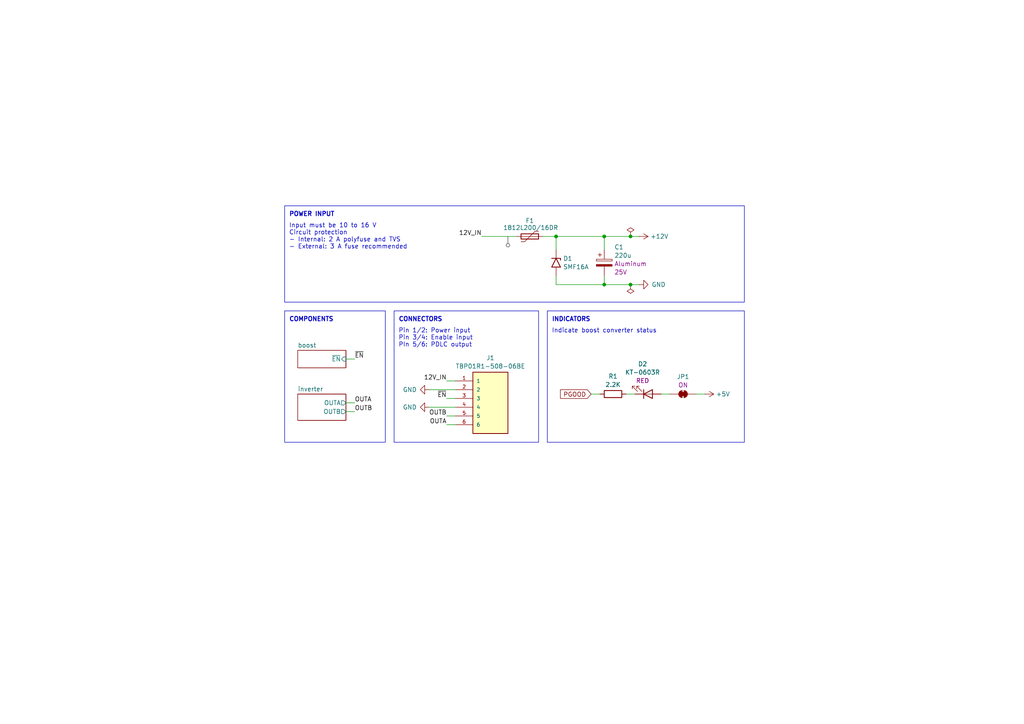
<source format=kicad_sch>
(kicad_sch (version 20231120) (generator "eeschema") (generator_version "8.0")
  (paper "A4")
  (title_block (title "PDLC Driver") (date "2025-05") (rev "v1.0") (company "Brown Studios LLC") (comment 1 "github.com/j9brown/pdlc"))
  (lib_symbols
    (symbol "Device:C_Polarized" (pin_numbers hide) (pin_names (offset 0.254))
      (property "Reference" "C" (at 0.635 2.54 0))
      (property "Value" "C_Polarized" (at 0.635 -2.54 0))
      (symbol "C_Polarized_0_1"
        (rectangle (start -2.286 0.508) (end 2.286 1.016))
        (polyline (pts (xy -1.778 2.286) (xy -0.762 2.286)))
        (polyline (pts (xy -1.27 2.794) (xy -1.27 1.778)))
        (rectangle (start 2.286 -0.508) (end -2.286 -1.016) (fill (type outline)))
      )
      (symbol "C_Polarized_1_1"
        (pin passive line (at 0 3.81 270) (length 2.794) (name "~") (number "1"))
        (pin passive line (at 0 -3.81 90) (length 2.794) (name "~") (number "2"))
      )
    )
    (symbol "Device:LED" (pin_numbers hide) (pin_names (offset 1.016) hide)
      (property "Reference" "D" (at 0 2.54 0))
      (property "Value" "LED" (at 0 -2.54 0))
      (symbol "LED_0_1"
        (polyline (pts (xy -1.27 -1.27) (xy -1.27 1.27)) (stroke (width 0.254)))
        (polyline (pts (xy -1.27 0) (xy 1.27 0)))
        (polyline (pts (xy 1.27 -1.27) (xy 1.27 1.27) (xy -1.27 0) (xy 1.27 -1.27)) (stroke (width 0.254)))
        (polyline (pts (xy -3.048 -0.762) (xy -4.572 -2.286) (xy -3.81 -2.286) (xy -4.572 -2.286) (xy -4.572 -1.524)))
        (polyline (pts (xy -1.778 -0.762) (xy -3.302 -2.286) (xy -2.54 -2.286) (xy -3.302 -2.286) (xy -3.302 -1.524)))
      )
      (symbol "LED_1_1"
        (pin passive line (at -3.81 0 0) (length 2.54) (name "K") (number "1"))
        (pin passive line (at 3.81 0 180) (length 2.54) (name "A") (number "2"))
      )
    )
    (symbol "Device:Polyfuse" (pin_numbers hide) (pin_names (offset 0))
      (property "Reference" "F" (at -2.54 0 90))
      (property "Value" "Polyfuse" (at 2.54 0 90))
      (symbol "Polyfuse_0_1"
        (rectangle (start -0.762 2.54) (end 0.762 -2.54) (stroke (width 0.254)))
        (polyline (pts (xy 0 2.54) (xy 0 -2.54)))
        (polyline (pts (xy -1.524 2.54) (xy -1.524 1.524) (xy 1.524 -1.524) (xy 1.524 -2.54)))
      )
      (symbol "Polyfuse_1_1"
        (pin passive line (at 0 3.81 270) (length 1.27) (name "~") (number "1"))
        (pin passive line (at 0 -3.81 90) (length 1.27) (name "~") (number "2"))
      )
    )
    (symbol "Device:R" (pin_numbers hide) (pin_names (offset 0))
      (property "Reference" "R" (at 2.032 0 90))
      (property "Value" "R" (at 0 0 90))
      (symbol "R_0_1"
        (rectangle (start -1.016 -2.54) (end 1.016 2.54) (stroke (width 0.254)))
      )
      (symbol "R_1_1"
        (pin passive line (at 0 3.81 270) (length 1.27) (name "~") (number "1"))
        (pin passive line (at 0 -3.81 90) (length 1.27) (name "~") (number "2"))
      )
    )
    (symbol "Diode:SMF16A" (pin_numbers hide) (pin_names (offset 1.016) hide)
      (property "Reference" "D" (at 0 2.54 0))
      (property "Value" "SMF16A" (at 0 -2.54 0))
      (symbol "SMF16A_0_1"
        (polyline (pts (xy -0.762 1.27) (xy -1.27 1.27) (xy -1.27 -1.27)) (stroke (width 0.254)))
        (polyline (pts (xy 1.27 1.27) (xy 1.27 -1.27) (xy -1.27 0) (xy 1.27 1.27)) (stroke (width 0.254)))
      )
      (symbol "SMF16A_1_1"
        (pin passive line (at -3.81 0 0) (length 2.54) (name "A1") (number "1"))
        (pin passive line (at 3.81 0 180) (length 2.54) (name "A2") (number "2"))
      )
    )
    (symbol "Jumper:SolderJumper_2_Bridged" (pin_numbers hide) (pin_names (offset 0) hide) (exclude_from_sim yes) (in_bom no)
      (property "Reference" "JP" (at 0 2.032 0))
      (property "Value" "SolderJumper_2_Bridged" (at 0 -2.54 0))
      (symbol "SolderJumper_2_Bridged_0_1"
        (rectangle (start -0.508 0.508) (end 0.508 -0.508) (fill (type outline)))
        (arc (start -0.254 1.016) (mid -1.2656 0) (end -0.254 -1.016))
        (arc (start -0.254 1.016) (mid -1.2656 0) (end -0.254 -1.016) (fill (type outline)))
        (polyline (pts (xy -0.254 1.016) (xy -0.254 -1.016)))
        (polyline (pts (xy 0.254 1.016) (xy 0.254 -1.016)))
        (arc (start 0.254 -1.016) (mid 1.2656 0) (end 0.254 1.016))
        (arc (start 0.254 -1.016) (mid 1.2656 0) (end 0.254 1.016) (fill (type outline)))
      )
      (symbol "SolderJumper_2_Bridged_1_1"
        (pin passive line (at -3.81 0 0) (length 2.54) (name "A") (number "1"))
        (pin passive line (at 3.81 0 180) (length 2.54) (name "B") (number "2"))
      )
    )
    (symbol "TBP01R1-508-06BE:TBP01R1-508-06BE" (pin_names (offset 1.016))
      (property "Reference" "J" (at -5.58 10.16 0))
      (property "Value" "TBP01R1-508-06BE" (at -5.08 -10.16 0))
      (symbol "TBP01R1-508-06BE_0_0"
        (rectangle (start -5.08 -7.62) (end 5.08 10.16) (stroke (width 0.254)) (fill (type background)))
        (pin passive line (at -10.16 7.62 0) (length 5.08) (name "1") (number "1"))
        (pin passive line (at -10.16 5.08 0) (length 5.08) (name "2") (number "2"))
        (pin passive line (at -10.16 2.54 0) (length 5.08) (name "3") (number "3"))
        (pin passive line (at -10.16 0 0) (length 5.08) (name "4") (number "4"))
        (pin passive line (at -10.16 -2.54 0) (length 5.08) (name "5") (number "5"))
        (pin passive line (at -10.16 -5.08 0) (length 5.08) (name "6") (number "6"))
      )
    )
    (symbol "power:+12V" (power) (pin_numbers hide) (pin_names (offset 0) hide)
      (property "Value" "+12V" (at 0 3.556 0))
      (symbol "+12V_0_1"
        (polyline (pts (xy -0.762 1.27) (xy 0 2.54)))
        (polyline (pts (xy 0 0) (xy 0 2.54)))
        (polyline (pts (xy 0 2.54) (xy 0.762 1.27)))
      )
      (symbol "+12V_1_1"
        (pin power_in line (at 0 0 90) (length 0) (name "~") (number "1"))
      )
    )
    (symbol "power:+5V" (power) (pin_numbers hide) (pin_names (offset 0) hide)
      (property "Value" "+5V" (at 0 3.556 0))
      (symbol "+5V_0_1"
        (polyline (pts (xy -0.762 1.27) (xy 0 2.54)))
        (polyline (pts (xy 0 0) (xy 0 2.54)))
        (polyline (pts (xy 0 2.54) (xy 0.762 1.27)))
      )
      (symbol "+5V_1_1"
        (pin power_in line (at 0 0 90) (length 0) (name "~") (number "1"))
      )
    )
    (symbol "power:GND" (power) (pin_numbers hide) (pin_names (offset 0) hide)
      (property "Value" "GND" (at 0 -3.81 0))
      (symbol "GND_0_1"
        (polyline (pts (xy 0 0) (xy 0 -1.27) (xy 1.27 -1.27) (xy 0 -2.54) (xy -1.27 -1.27) (xy 0 -1.27)))
      )
      (symbol "GND_1_1"
        (pin power_in line (at 0 0 270) (length 0) (name "~") (number "1"))
      )
    )
    (symbol "power:PWR_FLAG" (power) (pin_numbers hide) (pin_names (offset 0) hide)
      (property "Value" "PWR_FLAG" (at 0 3.81 0))
      (symbol "PWR_FLAG_0_0"
        (pin power_out line (at 0 0 90) (length 0) (name "~") (number "1"))
      )
      (symbol "PWR_FLAG_0_1"
        (polyline (pts (xy 0 0) (xy 0 1.27) (xy -1.016 1.905) (xy 0 2.54) (xy 1.016 1.905) (xy 0 1.27)))
      )
    )
  )
  (junction (at 175.26 68.58))
  (junction (at 182.88 68.58))
  (junction (at 182.88 82.55))
  (junction (at 161.29 68.58))
  (junction (at 175.26 82.55))
  (wire (pts (xy 161.29 68.58) (xy 175.26 68.58)))
  (wire (pts (xy 100.33 116.84) (xy 102.87 116.84)))
  (wire (pts (xy 181.61 114.3) (xy 184.15 114.3)))
  (wire (pts (xy 175.26 68.58) (xy 175.26 72.39)))
  (wire (pts (xy 157.48 68.58) (xy 161.29 68.58)))
  (wire (pts (xy 175.26 68.58) (xy 182.88 68.58)))
  (wire (pts (xy 124.46 118.11) (xy 132.08 118.11)))
  (wire (pts (xy 129.54 120.65) (xy 132.08 120.65)))
  (wire (pts (xy 175.26 80.01) (xy 175.26 82.55)))
  (wire (pts (xy 100.33 104.14) (xy 102.87 104.14)))
  (wire (pts (xy 182.88 82.55) (xy 185.42 82.55)))
  (wire (pts (xy 100.33 119.38) (xy 102.87 119.38)))
  (wire (pts (xy 191.77 114.3) (xy 194.31 114.3)))
  (wire (pts (xy 124.46 113.03) (xy 132.08 113.03)))
  (wire (pts (xy 129.54 123.19) (xy 132.08 123.19)))
  (wire (pts (xy 139.7 68.58) (xy 149.86 68.58)))
  (wire (pts (xy 129.54 115.57) (xy 132.08 115.57)))
  (wire (pts (xy 171.45 114.3) (xy 173.99 114.3)))
  (wire (pts (xy 161.29 68.58) (xy 161.29 72.39)))
  (wire (pts (xy 175.26 82.55) (xy 182.88 82.55)))
  (wire (pts (xy 161.29 82.55) (xy 175.26 82.55)))
  (wire (pts (xy 129.54 110.49) (xy 132.08 110.49)))
  (wire (pts (xy 204.47 114.3) (xy 201.93 114.3)))
  (wire (pts (xy 182.88 68.58) (xy 185.42 68.58)))
  (wire (pts (xy 161.29 80.01) (xy 161.29 82.55)))
  (rectangle (start 114.3 90.17) (end 156.21 128.27))
  (rectangle (start 82.55 59.69) (end 215.9 87.63))
  (rectangle (start 82.55 90.17) (end 111.76 128.27))
  (rectangle (start 158.75 90.17) (end 215.9 128.27))
  (text "POWER INPUT" (at 83.82 62.23 0) (effects (font (size 1.27 1.27) (thickness 0.254) (bold yes)) (justify left)))
  (text "Indicate boost converter status" (at 160.02 95.25 0) (effects (font (size 1.27 1.27)) (justify left top)))
  (text "CONNECTORS" (at 115.57 92.71 0) (effects (font (size 1.27 1.27) (thickness 0.254) (bold yes)) (justify left)))
  (text "INDICATORS" (at 160.02 92.71 0) (effects (font (size 1.27 1.27) (thickness 0.254) (bold yes)) (justify left)))
  (text "COMPONENTS" (at 83.82 92.71 0) (effects (font (size 1.27 1.27) (thickness 0.254) (bold yes)) (justify left)))
  (text "Pin 1/2: Power input\nPin 3/4: Enable input\nPIn 5/6: PDLC output" (at 115.57 95.25 0) (effects (font (size 1.27 1.27)) (justify left top)))
  (text "Input must be 10 to 16 V\nCircuit protection\n- Internal: 2 A polyfuse and TVS\n- External: 3 A fuse recommended" (at 83.82 64.77 0) (effects (font (size 1.27 1.27)) (justify left top)))
  (label "OUTA" (at 129.54 123.19 180))
  (label "~{EN}" (at 102.87 104.14 0))
  (label "~{EN}" (at 129.54 115.57 180))
  (label "12V_IN" (at 129.54 110.49 180))
  (label "12V_IN" (at 139.7 68.58 180))
  (label "OUTB" (at 129.54 120.65 180))
  (label "OUTB" (at 102.87 119.38 0))
  (label "OUTA" (at 102.87 116.84 0))
  (global_label "PGOOD" (shape input) (at 171.45 114.3 180) (property "Intersheetrefs" "${INTERSHEET_REFS}" (effects (hide yes))))
  (netclass_flag "" (length 2.54) (shape round) (at 147.32 68.58 180) (property "Netclass" "Power" (effects (hide yes))))
  (symbol (lib_id "power:GND") (at 124.46 113.03 270) (unit 1)
    (property "Reference" "#PWR03" (effects (hide yes)))
    (property "Value" "GND" (at 120.904 113.03 90) (effects (justify right)))
    (property "Description" "Power symbol creates a global label with name \"GND\" , ground" (effects (hide yes)))
  )
  (symbol (lib_id "power:PWR_FLAG") (at 182.88 82.55 180) (unit 1)
    (property "Reference" "#FLG02" (effects (hide yes)))
    (property "Value" "PWR_FLAG" (effects (hide yes)))
    (property "Description" "Special symbol for telling ERC where power comes from" (effects (hide yes)))
  )
  (symbol (lib_id "power:GND") (at 185.42 82.55 90) (unit 1)
    (property "Reference" "#PWR02" (effects (hide yes)))
    (property "Value" "GND" (at 188.976 82.55 90) (effects (justify right)))
    (property "Description" "Power symbol creates a global label with name \"GND\" , ground" (effects (hide yes)))
  )
  (symbol (lib_id "Device:C_Polarized") (at 175.26 76.2 0) (unit 1)
    (property "Reference" "C1" (at 178.181 71.6745 0) (effects (justify left)))
    (property "Value" "220u" (at 178.181 74.0988 0) (effects (justify left)))
    (property "Footprint" "Capacitor_THT:CP_Radial_D6.3mm_P2.50mm" (effects (hide yes)))
    (property "Datasheet" "https://jlcpcb.com/api/file/downloadByFileSystemAccessId/8589836188094652416" (effects (hide yes)))
    (property "Description" "Polarized capacitor" (effects (hide yes)))
    (property "LCSC" "C2887216" (effects (hide yes)))
    (property "Type" "Aluminum" (at 178.181 76.5231 0) (effects (justify left)))
    (property "Rating" "25V" (at 178.181 78.9474 0) (effects (justify left)))
    (property "Manufacturer" "NJCON" (effects (hide yes)))
    (property "Part" "2210250609R00" (effects (hide yes)))
  )
  (symbol (lib_id "TBP01R1-508-06BE:TBP01R1-508-06BE") (at 142.24 118.11 0) (unit 1)
    (property "Reference" "J1" (at 142.24 103.8055 0))
    (property "Value" "TBP01R1-508-06BE" (at 142.24 106.2298 0))
    (property "Footprint" "TBP01R1-508-06BE:CUI_TBP01R1-508-06BE" (effects (hide yes)))
    (property "Datasheet" "https://www.sameskydevices.com/product/resource/tbp01r1-508.pdf" (effects (hide yes)))
    (property "MF" "CUI Devices" (effects (hide yes)))
    (property "Package" "None" (effects (hide yes)))
    (property "Price" "None" (effects (hide yes)))
    (property "MP" "TBP01R1-508-06BE" (effects (hide yes)))
  )
  (symbol (lib_id "Device:Polyfuse") (at 153.67 68.58 90) (unit 1)
    (property "Reference" "F1" (at 153.67 64.008 90))
    (property "Value" "1812L200/16DR" (at 153.924 66.04 90))
    (property "Footprint" "1812L:1812L" (effects (hide yes)))
    (property "Datasheet" "https://www.littelfuse.com/assetdocs/resettable-ptcs-1812l-datasheet?assetguid=ca5c80cb-504e-4a8a-8e74-0107520a1717" (effects (hide yes)))
    (property "Description" "Resettable fuse, polymeric positive temperature coefficient" (effects (hide yes)))
    (property "LCSC" "C439873" (effects (hide yes)))
  )
  (symbol (lib_id "power:GND") (at 124.46 118.11 270) (unit 1)
    (property "Reference" "#PWR05" (effects (hide yes)))
    (property "Value" "GND" (at 120.904 118.11 90) (effects (justify right)))
    (property "Description" "Power symbol creates a global label with name \"GND\" , ground" (effects (hide yes)))
  )
  (symbol (lib_id "power:+12V") (at 185.42 68.58 270) (unit 1)
    (property "Reference" "#PWR01" (effects (hide yes)))
    (property "Value" "+12V" (at 188.595 68.58 90) (effects (justify left)))
    (property "Description" "Power symbol creates a global label with name \"+12V\"" (effects (hide yes)))
  )
  (symbol (lib_id "Diode:SMF16A") (at 161.29 76.2 270) (unit 1)
    (property "Reference" "D1" (at 163.322 74.9878 90) (effects (justify left)))
    (property "Value" "SMF16A" (at 163.322 77.4121 90) (effects (justify left)))
    (property "Footprint" "Diode_SMD:D_SMF" (effects (hide yes)))
    (property "Datasheet" "https://www.littelfuse.com/assetdocs/tvs-diodes-smf-datasheet" (effects (hide yes)))
    (property "Description" "200W unidirectional Transil Transient Voltage Suppressor, 16Vrwm, SMF" (effects (hide yes)))
    (property "LCSC" "C207257" (effects (hide yes)))
    (property "Alternative" "SMF16A-E3-08" (effects (hide yes)))
  )
  (symbol (lib_id "Device:R") (at 177.8 114.3 270) (mirror x) (unit 1)
    (property "Reference" "R1" (at 177.8 109.1395 90))
    (property "Value" "2.2K" (at 177.8 111.5638 90))
    (property "Footprint" "Resistor_SMD:R_0603_1608Metric" (effects (hide yes)))
    (property "Description" "Resistor" (effects (hide yes)))
    (property "LCSC" "C4190" (effects (hide yes)))
  )
  (symbol (lib_id "Device:LED") (at 187.96 114.3 0) (mirror x) (unit 1)
    (property "Reference" "D2" (at 186.3725 105.5723 0))
    (property "Value" "KT-0603R" (at 186.3725 107.9966 0))
    (property "Footprint" "LED_SMD:LED_0603_1608Metric_Pad1.05x0.95mm_HandSolder" (effects (hide yes)))
    (property "Description" "Light emitting diode" (effects (hide yes)))
    (property "Rating" "RED" (at 186.3725 110.4209 0))
    (property "LCSC" "C2286" (effects (hide yes)))
  )
  (symbol (lib_id "Jumper:SolderJumper_2_Bridged") (at 198.12 114.3 0) (mirror y) (unit 1) (exclude_from_sim yes) (in_bom no)
    (property "Reference" "JP1" (at 198.12 109.2665 0))
    (property "Value" "SolderJumper_2_Bridged" (effects (hide yes)))
    (property "Footprint" "Jumper:SolderJumper-2_P1.3mm_Bridged_RoundedPad1.0x1.5mm" (effects (hide yes)))
    (property "Description" "Solder Jumper, 2-pole, closed/bridged" (effects (hide yes)))
    (property "Label" "ON" (at 198.12 111.6908 0))
  )
  (symbol (lib_id "power:+5V") (at 204.47 114.3 270) (mirror x) (unit 1)
    (property "Reference" "#PWR04" (effects (hide yes)))
    (property "Value" "+5V" (at 207.645 114.3 90) (effects (justify left)))
    (property "Description" "Power symbol creates a global label with name \"+5V\"" (effects (hide yes)))
  )
  (symbol (lib_id "power:PWR_FLAG") (at 182.88 68.58 0) (unit 1)
    (property "Reference" "#FLG01" (effects (hide yes)))
    (property "Value" "PWR_FLAG" (effects (hide yes)))
    (property "Description" "Special symbol for telling ERC where power comes from" (effects (hide yes)))
  )
  (sheet (at 86.36 114.3) (size 13.97 7.62) (stroke (width 0.1524))
    (property "Sheetname" "inverter" (at 86.36 113.5884 0) (effects (justify left bottom)))
    (property "Sheetfile" "inverter.kicad_sch" (effects (hide yes)))
    (pin "OUTA" output (at 100.33 116.84 0))
    (pin "OUTB" output (at 100.33 119.38 0))
  )
  (sheet (at 86.36 101.6) (size 13.97 5.08) (stroke (width 0.1524))
    (property "Sheetname" "boost" (at 86.36 100.8884 0) (effects (justify left bottom)))
    (property "Sheetfile" "boost.kicad_sch" (effects (hide yes)))
    (pin "~{EN}" input (at 100.33 104.14 0))
  )
)
</source>
